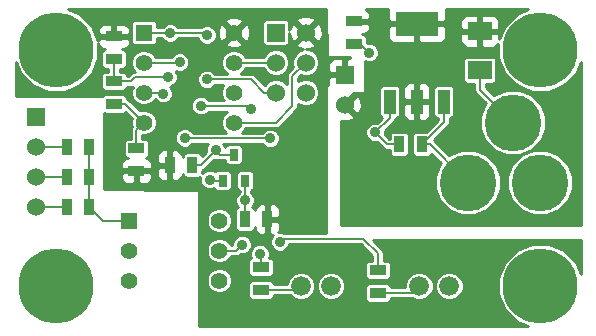
<source format=gtl>
G04 (created by PCBNEW (2013-05-31 BZR 4019)-stable) date 7/2/2014 8:15:17 PM*
%MOIN*%
G04 Gerber Fmt 3.4, Leading zero omitted, Abs format*
%FSLAX34Y34*%
G01*
G70*
G90*
G04 APERTURE LIST*
%ADD10C,0.00590551*%
%ADD11C,0.25*%
%ADD12R,0.144X0.08*%
%ADD13R,0.04X0.08*%
%ADD14R,0.06X0.06*%
%ADD15C,0.06*%
%ADD16C,0.189*%
%ADD17R,0.0315X0.0394*%
%ADD18R,0.055X0.035*%
%ADD19R,0.035X0.055*%
%ADD20R,0.055X0.055*%
%ADD21C,0.055*%
%ADD22R,0.08X0.06*%
%ADD23C,0.066*%
%ADD24C,0.035*%
%ADD25C,0.008*%
%ADD26C,0.01*%
G04 APERTURE END LIST*
G54D10*
G54D11*
X1574Y-9448D03*
G54D12*
X13600Y-700D03*
G54D13*
X13600Y-3300D03*
X14500Y-3300D03*
X12700Y-3300D03*
G54D14*
X11200Y-2400D03*
G54D15*
X11200Y-3400D03*
G54D11*
X17716Y-9448D03*
X17716Y-1574D03*
X1574Y-1574D03*
G54D16*
X17700Y-6000D03*
X15300Y-6000D03*
X16800Y-4000D03*
G54D14*
X8900Y-1000D03*
G54D15*
X9900Y-1000D03*
X8900Y-2000D03*
X9900Y-2000D03*
X8900Y-3000D03*
X9900Y-3000D03*
G54D17*
X7500Y-5067D03*
X7875Y-5933D03*
X7125Y-5933D03*
G54D18*
X12300Y-8925D03*
X12300Y-9675D03*
X8400Y-8825D03*
X8400Y-9575D03*
G54D19*
X1925Y-6800D03*
X2675Y-6800D03*
X1925Y-5800D03*
X2675Y-5800D03*
X1925Y-4800D03*
X2675Y-4800D03*
G54D20*
X4011Y-7267D03*
G54D21*
X4011Y-8267D03*
X4011Y-9267D03*
X7011Y-9267D03*
X7011Y-8267D03*
X7011Y-7267D03*
G54D14*
X900Y-3800D03*
G54D15*
X900Y-4800D03*
X900Y-5800D03*
X900Y-6800D03*
G54D18*
X11500Y-625D03*
X11500Y-1375D03*
X3500Y-2625D03*
X3500Y-3375D03*
G54D19*
X13760Y-4724D03*
X13010Y-4724D03*
G54D18*
X3500Y-1125D03*
X3500Y-1875D03*
X4250Y-5615D03*
X4250Y-4865D03*
G54D22*
X15700Y-950D03*
X15700Y-2250D03*
G54D20*
X4500Y-1000D03*
G54D21*
X4500Y-2000D03*
X4500Y-3000D03*
X4500Y-4000D03*
X7500Y-4000D03*
X7500Y-3000D03*
X7500Y-2000D03*
X7500Y-1000D03*
G54D23*
X13673Y-9448D03*
X14673Y-9448D03*
X9736Y-9448D03*
X10736Y-9448D03*
G54D19*
X7865Y-7220D03*
X8615Y-7220D03*
X6115Y-5420D03*
X5365Y-5420D03*
G54D24*
X6889Y-4921D03*
X6390Y-3440D03*
X5690Y-1990D03*
X8070Y-3543D03*
X8366Y-8366D03*
X5860Y-4510D03*
X5140Y-3040D03*
X9030Y-7980D03*
X8707Y-4527D03*
X5370Y-1020D03*
X5300Y-2490D03*
X6594Y-1082D03*
X6594Y-2559D03*
X12007Y-1673D03*
X6692Y-5905D03*
X12204Y-4330D03*
X7775Y-8070D03*
X7874Y-6594D03*
G54D25*
X7500Y-4000D02*
X8893Y-4000D01*
X9448Y-2451D02*
X9900Y-2000D01*
X9448Y-3444D02*
X9448Y-2451D01*
X8893Y-4000D02*
X9448Y-3444D01*
X6115Y-5420D02*
X6391Y-5420D01*
X6391Y-5420D02*
X6889Y-4921D01*
X7500Y-5067D02*
X7035Y-5067D01*
X7035Y-5067D02*
X6889Y-4921D01*
X7500Y-2000D02*
X8900Y-2000D01*
X4500Y-2000D02*
X5680Y-2000D01*
X6390Y-3440D02*
X6390Y-3444D01*
X5680Y-2000D02*
X5690Y-1990D01*
X8400Y-8825D02*
X8400Y-8400D01*
X7972Y-3444D02*
X6390Y-3444D01*
X8070Y-3543D02*
X7972Y-3444D01*
X8400Y-8400D02*
X8366Y-8366D01*
X5860Y-4510D02*
X5860Y-4527D01*
X4500Y-3000D02*
X5100Y-3000D01*
X5860Y-4527D02*
X8707Y-4527D01*
X5100Y-3000D02*
X5140Y-3040D01*
X9135Y-7874D02*
X11811Y-7874D01*
X9030Y-7980D02*
X9135Y-7874D01*
X12300Y-8362D02*
X12300Y-8925D01*
X11811Y-7874D02*
X12300Y-8362D01*
X3500Y-1875D02*
X3500Y-2625D01*
X3500Y-2625D02*
X4055Y-2625D01*
X5370Y-1020D02*
X5370Y-1000D01*
X4190Y-2490D02*
X5300Y-2490D01*
X4055Y-2625D02*
X4190Y-2490D01*
X8900Y-3000D02*
X8511Y-3000D01*
X6511Y-1000D02*
X5370Y-1000D01*
X6594Y-1082D02*
X6511Y-1000D01*
X8070Y-2559D02*
X6594Y-2559D01*
X8511Y-3000D02*
X8070Y-2559D01*
X5370Y-1000D02*
X4500Y-1000D01*
X14500Y-3300D02*
X14500Y-3985D01*
X14500Y-3985D02*
X13760Y-4724D01*
X13760Y-4724D02*
X14024Y-4724D01*
X14024Y-4724D02*
X15300Y-6000D01*
X4250Y-4865D02*
X4250Y-4250D01*
X4250Y-4250D02*
X4500Y-4000D01*
X11500Y-1375D02*
X11709Y-1375D01*
X11709Y-1375D02*
X12007Y-1673D01*
X7125Y-5933D02*
X6720Y-5933D01*
X6720Y-5933D02*
X6692Y-5905D01*
X13010Y-4724D02*
X12598Y-4724D01*
X12700Y-3835D02*
X12204Y-4330D01*
X12700Y-3835D02*
X12700Y-3300D01*
X12598Y-4724D02*
X12204Y-4330D01*
X15700Y-2250D02*
X15700Y-2900D01*
X15700Y-2900D02*
X16800Y-4000D01*
X3500Y-3375D02*
X3875Y-3375D01*
X3875Y-3375D02*
X4500Y-4000D01*
X900Y-5800D02*
X1925Y-5800D01*
X7865Y-7220D02*
X7865Y-6603D01*
X7865Y-6603D02*
X7874Y-6594D01*
X7875Y-5933D02*
X7875Y-6593D01*
X7578Y-8267D02*
X7011Y-8267D01*
X7775Y-8070D02*
X7578Y-8267D01*
X7875Y-6593D02*
X7874Y-6594D01*
X900Y-4800D02*
X1925Y-4800D01*
X12300Y-9675D02*
X13447Y-9675D01*
X13447Y-9675D02*
X13673Y-9448D01*
X8400Y-9575D02*
X9610Y-9575D01*
X9610Y-9575D02*
X9736Y-9448D01*
X900Y-6800D02*
X1925Y-6800D01*
X2675Y-4800D02*
X2675Y-5800D01*
X2675Y-5800D02*
X2675Y-6800D01*
X4011Y-7267D02*
X3142Y-7267D01*
X3142Y-7267D02*
X2675Y-6800D01*
G54D10*
G36*
X19066Y-9049D02*
X18904Y-8656D01*
X18510Y-8262D01*
X17996Y-8049D01*
X17439Y-8048D01*
X16924Y-8261D01*
X16530Y-8654D01*
X16316Y-9169D01*
X16316Y-9726D01*
X16528Y-10240D01*
X16922Y-10634D01*
X17316Y-10798D01*
X15153Y-10798D01*
X15153Y-9353D01*
X15080Y-9177D01*
X14945Y-9042D01*
X14769Y-8968D01*
X14578Y-8968D01*
X14401Y-9041D01*
X14266Y-9176D01*
X14193Y-9352D01*
X14193Y-9543D01*
X14266Y-9720D01*
X14400Y-9855D01*
X14577Y-9928D01*
X14768Y-9928D01*
X14944Y-9855D01*
X15079Y-9721D01*
X15153Y-9544D01*
X15153Y-9353D01*
X15153Y-10798D01*
X14153Y-10798D01*
X14153Y-9353D01*
X14080Y-9177D01*
X13945Y-9042D01*
X13769Y-8968D01*
X13578Y-8968D01*
X13401Y-9041D01*
X13266Y-9176D01*
X13193Y-9352D01*
X13193Y-9485D01*
X12725Y-9485D01*
X12725Y-9470D01*
X12702Y-9415D01*
X12660Y-9372D01*
X12604Y-9350D01*
X12545Y-9349D01*
X11995Y-9349D01*
X11940Y-9372D01*
X11897Y-9414D01*
X11875Y-9470D01*
X11874Y-9529D01*
X11874Y-9879D01*
X11897Y-9934D01*
X11939Y-9977D01*
X11995Y-9999D01*
X12054Y-10000D01*
X12604Y-10000D01*
X12659Y-9977D01*
X12702Y-9935D01*
X12724Y-9879D01*
X12724Y-9865D01*
X13423Y-9865D01*
X13577Y-9928D01*
X13768Y-9928D01*
X13944Y-9855D01*
X14079Y-9721D01*
X14153Y-9544D01*
X14153Y-9353D01*
X14153Y-10798D01*
X11216Y-10798D01*
X11216Y-9353D01*
X11143Y-9177D01*
X11008Y-9042D01*
X10832Y-8968D01*
X10641Y-8968D01*
X10464Y-9041D01*
X10329Y-9176D01*
X10256Y-9352D01*
X10256Y-9543D01*
X10329Y-9720D01*
X10463Y-9855D01*
X10640Y-9928D01*
X10831Y-9928D01*
X11007Y-9855D01*
X11142Y-9721D01*
X11216Y-9544D01*
X11216Y-9353D01*
X11216Y-10798D01*
X10216Y-10798D01*
X10216Y-9353D01*
X10143Y-9177D01*
X10008Y-9042D01*
X9832Y-8968D01*
X9641Y-8968D01*
X9464Y-9041D01*
X9329Y-9176D01*
X9256Y-9352D01*
X9256Y-9385D01*
X8825Y-9385D01*
X8825Y-9370D01*
X8825Y-8970D01*
X8825Y-8620D01*
X8802Y-8565D01*
X8760Y-8522D01*
X8704Y-8500D01*
X8662Y-8499D01*
X8691Y-8431D01*
X8691Y-8301D01*
X8641Y-8182D01*
X8565Y-8105D01*
X8565Y-7682D01*
X8565Y-7270D01*
X8557Y-7270D01*
X8557Y-7170D01*
X8565Y-7170D01*
X8565Y-6757D01*
X8502Y-6695D01*
X8390Y-6694D01*
X8298Y-6732D01*
X8228Y-6803D01*
X8190Y-6895D01*
X8190Y-6915D01*
X8167Y-6860D01*
X8125Y-6817D01*
X8114Y-6813D01*
X8149Y-6778D01*
X8198Y-6659D01*
X8199Y-6530D01*
X8149Y-6410D01*
X8065Y-6325D01*
X8065Y-6278D01*
X8117Y-6257D01*
X8159Y-6215D01*
X8182Y-6159D01*
X8182Y-6100D01*
X8182Y-5706D01*
X8159Y-5651D01*
X8117Y-5608D01*
X8062Y-5586D01*
X8002Y-5585D01*
X7687Y-5585D01*
X7632Y-5608D01*
X7590Y-5650D01*
X7567Y-5706D01*
X7567Y-5765D01*
X7567Y-6159D01*
X7590Y-6214D01*
X7632Y-6257D01*
X7685Y-6278D01*
X7685Y-6323D01*
X7598Y-6410D01*
X7549Y-6529D01*
X7548Y-6658D01*
X7598Y-6778D01*
X7628Y-6808D01*
X7605Y-6817D01*
X7562Y-6859D01*
X7540Y-6915D01*
X7539Y-6974D01*
X7539Y-7524D01*
X7562Y-7579D01*
X7604Y-7622D01*
X7660Y-7644D01*
X7719Y-7645D01*
X8069Y-7645D01*
X8124Y-7622D01*
X8167Y-7580D01*
X8189Y-7524D01*
X8190Y-7495D01*
X8190Y-7544D01*
X8228Y-7636D01*
X8298Y-7707D01*
X8390Y-7745D01*
X8502Y-7745D01*
X8565Y-7682D01*
X8565Y-8105D01*
X8550Y-8090D01*
X8431Y-8041D01*
X8301Y-8041D01*
X8182Y-8090D01*
X8100Y-8171D01*
X8100Y-8006D01*
X8051Y-7887D01*
X7959Y-7795D01*
X7840Y-7745D01*
X7711Y-7745D01*
X7591Y-7795D01*
X7500Y-7886D01*
X7450Y-8005D01*
X7450Y-8077D01*
X7436Y-8077D01*
X7436Y-7183D01*
X7372Y-7027D01*
X7252Y-6907D01*
X7096Y-6842D01*
X6927Y-6842D01*
X6771Y-6907D01*
X6651Y-7026D01*
X6586Y-7182D01*
X6586Y-7351D01*
X6651Y-7508D01*
X6770Y-7627D01*
X6926Y-7692D01*
X7095Y-7692D01*
X7252Y-7628D01*
X7371Y-7508D01*
X7436Y-7352D01*
X7436Y-7183D01*
X7436Y-8077D01*
X7393Y-8077D01*
X7372Y-8027D01*
X7252Y-7907D01*
X7096Y-7842D01*
X6927Y-7842D01*
X6771Y-7907D01*
X6651Y-8026D01*
X6586Y-8182D01*
X6586Y-8351D01*
X6651Y-8508D01*
X6770Y-8627D01*
X6926Y-8692D01*
X7095Y-8692D01*
X7252Y-8628D01*
X7371Y-8508D01*
X7393Y-8457D01*
X7578Y-8457D01*
X7651Y-8443D01*
X7713Y-8402D01*
X7719Y-8395D01*
X7839Y-8395D01*
X7959Y-8346D01*
X8050Y-8255D01*
X8100Y-8135D01*
X8100Y-8006D01*
X8100Y-8171D01*
X8090Y-8181D01*
X8041Y-8301D01*
X8041Y-8430D01*
X8073Y-8508D01*
X8040Y-8522D01*
X7997Y-8564D01*
X7975Y-8620D01*
X7974Y-8679D01*
X7974Y-9029D01*
X7997Y-9084D01*
X8039Y-9127D01*
X8095Y-9149D01*
X8154Y-9150D01*
X8704Y-9150D01*
X8759Y-9127D01*
X8802Y-9085D01*
X8824Y-9029D01*
X8825Y-8970D01*
X8825Y-9370D01*
X8802Y-9315D01*
X8760Y-9272D01*
X8704Y-9250D01*
X8645Y-9249D01*
X8095Y-9249D01*
X8040Y-9272D01*
X7997Y-9314D01*
X7975Y-9370D01*
X7974Y-9429D01*
X7974Y-9779D01*
X7997Y-9834D01*
X8039Y-9877D01*
X8095Y-9899D01*
X8154Y-9900D01*
X8704Y-9900D01*
X8759Y-9877D01*
X8802Y-9835D01*
X8824Y-9779D01*
X8824Y-9765D01*
X9373Y-9765D01*
X9463Y-9855D01*
X9640Y-9928D01*
X9831Y-9928D01*
X10007Y-9855D01*
X10142Y-9721D01*
X10216Y-9544D01*
X10216Y-9353D01*
X10216Y-10798D01*
X7436Y-10798D01*
X7436Y-9183D01*
X7372Y-9027D01*
X7252Y-8907D01*
X7096Y-8842D01*
X6927Y-8842D01*
X6771Y-8907D01*
X6651Y-9026D01*
X6586Y-9182D01*
X6586Y-9351D01*
X6651Y-9508D01*
X6770Y-9627D01*
X6926Y-9692D01*
X7095Y-9692D01*
X7252Y-9628D01*
X7371Y-9508D01*
X7436Y-9352D01*
X7436Y-9183D01*
X7436Y-10798D01*
X6349Y-10798D01*
X6349Y-6249D01*
X5315Y-6240D01*
X5315Y-5882D01*
X5315Y-5470D01*
X5315Y-5370D01*
X5315Y-4957D01*
X5252Y-4895D01*
X5140Y-4894D01*
X5048Y-4932D01*
X4978Y-5003D01*
X4940Y-5095D01*
X4939Y-5194D01*
X4940Y-5307D01*
X5002Y-5370D01*
X5315Y-5370D01*
X5315Y-5470D01*
X5002Y-5470D01*
X4940Y-5532D01*
X4939Y-5645D01*
X4940Y-5744D01*
X4978Y-5836D01*
X5048Y-5907D01*
X5140Y-5945D01*
X5252Y-5945D01*
X5315Y-5882D01*
X5315Y-6240D01*
X4775Y-6235D01*
X4775Y-5839D01*
X4775Y-5727D01*
X4712Y-5665D01*
X4300Y-5665D01*
X4300Y-5977D01*
X4362Y-6040D01*
X4475Y-6040D01*
X4574Y-6039D01*
X4666Y-6001D01*
X4737Y-5931D01*
X4775Y-5839D01*
X4775Y-6235D01*
X4200Y-6229D01*
X4200Y-5977D01*
X4200Y-5665D01*
X3787Y-5665D01*
X3725Y-5727D01*
X3724Y-5839D01*
X3762Y-5931D01*
X3833Y-6001D01*
X3925Y-6039D01*
X4024Y-6040D01*
X4137Y-6040D01*
X4200Y-5977D01*
X4200Y-6229D01*
X3160Y-6220D01*
X3167Y-3688D01*
X3195Y-3699D01*
X3254Y-3700D01*
X3804Y-3700D01*
X3859Y-3677D01*
X3884Y-3652D01*
X4095Y-3864D01*
X4075Y-3915D01*
X4074Y-4084D01*
X4098Y-4141D01*
X4074Y-4177D01*
X4060Y-4250D01*
X4060Y-4539D01*
X3945Y-4539D01*
X3890Y-4562D01*
X3847Y-4604D01*
X3825Y-4660D01*
X3824Y-4719D01*
X3824Y-5069D01*
X3847Y-5124D01*
X3889Y-5167D01*
X3945Y-5189D01*
X3974Y-5190D01*
X3925Y-5190D01*
X3833Y-5228D01*
X3762Y-5298D01*
X3724Y-5390D01*
X3725Y-5502D01*
X3787Y-5565D01*
X4200Y-5565D01*
X4200Y-5557D01*
X4300Y-5557D01*
X4300Y-5565D01*
X4712Y-5565D01*
X4775Y-5502D01*
X4775Y-5390D01*
X4737Y-5298D01*
X4666Y-5228D01*
X4574Y-5190D01*
X4554Y-5190D01*
X4609Y-5167D01*
X4652Y-5125D01*
X4674Y-5069D01*
X4675Y-5010D01*
X4675Y-4660D01*
X4652Y-4605D01*
X4610Y-4562D01*
X4554Y-4540D01*
X4495Y-4539D01*
X4440Y-4539D01*
X4440Y-4424D01*
X4584Y-4425D01*
X4740Y-4360D01*
X4860Y-4241D01*
X4924Y-4084D01*
X4925Y-3915D01*
X4860Y-3759D01*
X4741Y-3639D01*
X4584Y-3575D01*
X4415Y-3574D01*
X4364Y-3596D01*
X4009Y-3240D01*
X3947Y-3199D01*
X3925Y-3194D01*
X3925Y-3170D01*
X3902Y-3115D01*
X3860Y-3072D01*
X3804Y-3050D01*
X3745Y-3049D01*
X3195Y-3049D01*
X3140Y-3072D01*
X3097Y-3114D01*
X3097Y-3117D01*
X2518Y-3117D01*
X2548Y-3099D01*
X225Y-3099D01*
X225Y-1974D01*
X387Y-2366D01*
X780Y-2760D01*
X1295Y-2974D01*
X1852Y-2975D01*
X2366Y-2762D01*
X2760Y-2368D01*
X2974Y-1854D01*
X2975Y-1349D01*
X3012Y-1441D01*
X3083Y-1511D01*
X3175Y-1549D01*
X3195Y-1549D01*
X3195Y-1549D01*
X3140Y-1572D01*
X3097Y-1614D01*
X3075Y-1670D01*
X3074Y-1729D01*
X3074Y-2079D01*
X3097Y-2134D01*
X3139Y-2177D01*
X3195Y-2199D01*
X3254Y-2200D01*
X3310Y-2200D01*
X3310Y-2299D01*
X3195Y-2299D01*
X3140Y-2322D01*
X3097Y-2364D01*
X3075Y-2420D01*
X3074Y-2479D01*
X3074Y-2829D01*
X3097Y-2884D01*
X3139Y-2927D01*
X3195Y-2949D01*
X3254Y-2950D01*
X3804Y-2950D01*
X3859Y-2927D01*
X3902Y-2885D01*
X3924Y-2829D01*
X3924Y-2815D01*
X4055Y-2815D01*
X4122Y-2801D01*
X4075Y-2915D01*
X4074Y-3084D01*
X4139Y-3240D01*
X4258Y-3360D01*
X4415Y-3424D01*
X4584Y-3425D01*
X4740Y-3360D01*
X4860Y-3241D01*
X4866Y-3225D01*
X4955Y-3315D01*
X5075Y-3364D01*
X5204Y-3365D01*
X5323Y-3315D01*
X5415Y-3224D01*
X5464Y-3104D01*
X5465Y-2975D01*
X5415Y-2856D01*
X5371Y-2812D01*
X5483Y-2765D01*
X5575Y-2674D01*
X5624Y-2554D01*
X5625Y-2425D01*
X5575Y-2306D01*
X5555Y-2286D01*
X5625Y-2314D01*
X5754Y-2315D01*
X5873Y-2265D01*
X5965Y-2174D01*
X6014Y-2054D01*
X6015Y-1925D01*
X5965Y-1806D01*
X5874Y-1714D01*
X5754Y-1665D01*
X5625Y-1664D01*
X5506Y-1714D01*
X5414Y-1805D01*
X5412Y-1810D01*
X4881Y-1810D01*
X4860Y-1759D01*
X4741Y-1639D01*
X4584Y-1575D01*
X4415Y-1574D01*
X4259Y-1639D01*
X4139Y-1758D01*
X4075Y-1915D01*
X4074Y-2084D01*
X4139Y-2240D01*
X4198Y-2300D01*
X4190Y-2300D01*
X4189Y-2300D01*
X4177Y-2302D01*
X4117Y-2314D01*
X4055Y-2355D01*
X4055Y-2355D01*
X3976Y-2435D01*
X3925Y-2435D01*
X3925Y-2420D01*
X3902Y-2365D01*
X3860Y-2322D01*
X3804Y-2300D01*
X3745Y-2299D01*
X3690Y-2299D01*
X3690Y-2200D01*
X3804Y-2200D01*
X3859Y-2177D01*
X3902Y-2135D01*
X3924Y-2079D01*
X3925Y-2020D01*
X3925Y-1670D01*
X3902Y-1615D01*
X3860Y-1572D01*
X3804Y-1550D01*
X3775Y-1549D01*
X3824Y-1549D01*
X3916Y-1511D01*
X3987Y-1441D01*
X4025Y-1349D01*
X4025Y-900D01*
X3987Y-808D01*
X3916Y-738D01*
X3824Y-700D01*
X3725Y-699D01*
X3612Y-700D01*
X3550Y-762D01*
X3550Y-1075D01*
X3962Y-1075D01*
X4025Y-1012D01*
X4025Y-900D01*
X4025Y-1349D01*
X4025Y-1237D01*
X3962Y-1175D01*
X3550Y-1175D01*
X3550Y-1182D01*
X3450Y-1182D01*
X3450Y-1175D01*
X3450Y-1075D01*
X3450Y-762D01*
X3387Y-700D01*
X3274Y-699D01*
X3175Y-700D01*
X3083Y-738D01*
X3012Y-808D01*
X2974Y-900D01*
X2975Y-1012D01*
X3037Y-1075D01*
X3450Y-1075D01*
X3450Y-1175D01*
X3037Y-1175D01*
X2975Y-1237D01*
X2974Y-1297D01*
X2762Y-782D01*
X2368Y-388D01*
X1974Y-225D01*
X10582Y-225D01*
X10600Y-1800D01*
X11379Y-1800D01*
X11378Y-1849D01*
X11312Y-1850D01*
X11250Y-1912D01*
X11250Y-2350D01*
X11257Y-2350D01*
X11257Y-2450D01*
X11250Y-2450D01*
X11250Y-2457D01*
X11150Y-2457D01*
X11150Y-2450D01*
X11150Y-2350D01*
X11150Y-1912D01*
X11087Y-1850D01*
X10949Y-1849D01*
X10850Y-1850D01*
X10758Y-1888D01*
X10687Y-1958D01*
X10649Y-2050D01*
X10650Y-2287D01*
X10712Y-2350D01*
X11150Y-2350D01*
X11150Y-2450D01*
X10712Y-2450D01*
X10650Y-2512D01*
X10649Y-2744D01*
X10579Y-2744D01*
X10579Y-7684D01*
X10454Y-7684D01*
X10454Y-1081D01*
X10443Y-863D01*
X10381Y-712D01*
X10285Y-684D01*
X10215Y-755D01*
X10215Y-614D01*
X10187Y-518D01*
X9981Y-445D01*
X9763Y-456D01*
X9612Y-518D01*
X9584Y-614D01*
X9900Y-929D01*
X10215Y-614D01*
X10215Y-755D01*
X9970Y-1000D01*
X10285Y-1315D01*
X10381Y-1287D01*
X10454Y-1081D01*
X10454Y-7684D01*
X10350Y-7684D01*
X10350Y-2910D01*
X10281Y-2745D01*
X10155Y-2618D01*
X9989Y-2550D01*
X9810Y-2549D01*
X9645Y-2618D01*
X9638Y-2624D01*
X9638Y-2529D01*
X9745Y-2423D01*
X9810Y-2449D01*
X9989Y-2450D01*
X10154Y-2381D01*
X10281Y-2255D01*
X10349Y-2089D01*
X10350Y-1910D01*
X10281Y-1745D01*
X10155Y-1618D01*
X9989Y-1550D01*
X9913Y-1550D01*
X10036Y-1543D01*
X10187Y-1481D01*
X10215Y-1385D01*
X9900Y-1070D01*
X9829Y-1141D01*
X9829Y-1000D01*
X9514Y-684D01*
X9418Y-712D01*
X9350Y-904D01*
X9350Y-670D01*
X9327Y-615D01*
X9285Y-572D01*
X9229Y-550D01*
X9170Y-549D01*
X8570Y-549D01*
X8515Y-572D01*
X8472Y-614D01*
X8450Y-670D01*
X8449Y-729D01*
X8449Y-1329D01*
X8472Y-1384D01*
X8514Y-1427D01*
X8570Y-1449D01*
X8629Y-1450D01*
X9229Y-1450D01*
X9284Y-1427D01*
X9327Y-1385D01*
X9349Y-1329D01*
X9350Y-1270D01*
X9350Y-1014D01*
X9356Y-1136D01*
X9418Y-1287D01*
X9514Y-1315D01*
X9829Y-1000D01*
X9829Y-1141D01*
X9584Y-1385D01*
X9612Y-1481D01*
X9807Y-1551D01*
X9645Y-1618D01*
X9518Y-1744D01*
X9450Y-1910D01*
X9449Y-2089D01*
X9476Y-2154D01*
X9314Y-2316D01*
X9273Y-2378D01*
X9258Y-2451D01*
X9258Y-2722D01*
X9155Y-2618D01*
X8989Y-2550D01*
X8810Y-2549D01*
X8645Y-2618D01*
X8522Y-2741D01*
X8205Y-2424D01*
X8143Y-2383D01*
X8070Y-2369D01*
X7719Y-2369D01*
X7740Y-2360D01*
X7860Y-2241D01*
X7881Y-2190D01*
X8491Y-2190D01*
X8518Y-2254D01*
X8644Y-2381D01*
X8810Y-2449D01*
X8989Y-2450D01*
X9154Y-2381D01*
X9281Y-2255D01*
X9349Y-2089D01*
X9350Y-1910D01*
X9281Y-1745D01*
X9155Y-1618D01*
X8989Y-1550D01*
X8810Y-1549D01*
X8645Y-1618D01*
X8518Y-1744D01*
X8491Y-1810D01*
X8029Y-1810D01*
X8029Y-1075D01*
X8018Y-867D01*
X7960Y-727D01*
X7867Y-702D01*
X7797Y-773D01*
X7797Y-632D01*
X7772Y-539D01*
X7575Y-470D01*
X7367Y-481D01*
X7227Y-539D01*
X7202Y-632D01*
X7500Y-929D01*
X7797Y-632D01*
X7797Y-773D01*
X7570Y-1000D01*
X7867Y-1297D01*
X7960Y-1272D01*
X8029Y-1075D01*
X8029Y-1810D01*
X7881Y-1810D01*
X7860Y-1759D01*
X7797Y-1696D01*
X7797Y-1367D01*
X7500Y-1070D01*
X7429Y-1141D01*
X7429Y-1000D01*
X7132Y-702D01*
X7039Y-727D01*
X6970Y-924D01*
X6981Y-1132D01*
X7039Y-1272D01*
X7132Y-1297D01*
X7429Y-1000D01*
X7429Y-1141D01*
X7202Y-1367D01*
X7227Y-1460D01*
X7424Y-1529D01*
X7632Y-1518D01*
X7772Y-1460D01*
X7797Y-1367D01*
X7797Y-1696D01*
X7741Y-1639D01*
X7584Y-1575D01*
X7415Y-1574D01*
X7259Y-1639D01*
X7139Y-1758D01*
X7075Y-1915D01*
X7074Y-2084D01*
X7139Y-2240D01*
X7258Y-2360D01*
X7280Y-2369D01*
X6919Y-2369D01*
X6919Y-1018D01*
X6870Y-898D01*
X6778Y-807D01*
X6659Y-757D01*
X6530Y-757D01*
X6410Y-806D01*
X6407Y-810D01*
X5619Y-810D01*
X5554Y-744D01*
X5434Y-695D01*
X5305Y-694D01*
X5186Y-744D01*
X5120Y-810D01*
X4925Y-810D01*
X4925Y-695D01*
X4902Y-640D01*
X4860Y-597D01*
X4804Y-575D01*
X4745Y-574D01*
X4195Y-574D01*
X4140Y-597D01*
X4097Y-639D01*
X4075Y-695D01*
X4074Y-754D01*
X4074Y-1304D01*
X4097Y-1359D01*
X4139Y-1402D01*
X4195Y-1424D01*
X4254Y-1425D01*
X4804Y-1425D01*
X4859Y-1402D01*
X4902Y-1360D01*
X4924Y-1304D01*
X4925Y-1245D01*
X4925Y-1190D01*
X5088Y-1190D01*
X5094Y-1203D01*
X5185Y-1295D01*
X5305Y-1344D01*
X5434Y-1345D01*
X5553Y-1295D01*
X5645Y-1204D01*
X5651Y-1190D01*
X6287Y-1190D01*
X6318Y-1266D01*
X6410Y-1358D01*
X6529Y-1407D01*
X6658Y-1407D01*
X6778Y-1358D01*
X6869Y-1267D01*
X6919Y-1147D01*
X6919Y-1018D01*
X6919Y-2369D01*
X6864Y-2369D01*
X6778Y-2283D01*
X6659Y-2234D01*
X6530Y-2233D01*
X6410Y-2283D01*
X6319Y-2374D01*
X6269Y-2494D01*
X6269Y-2623D01*
X6318Y-2742D01*
X6410Y-2834D01*
X6529Y-2883D01*
X6658Y-2884D01*
X6778Y-2834D01*
X6864Y-2749D01*
X7149Y-2749D01*
X7139Y-2758D01*
X7075Y-2915D01*
X7074Y-3084D01*
X7139Y-3240D01*
X7153Y-3254D01*
X6664Y-3254D01*
X6574Y-3164D01*
X6454Y-3115D01*
X6325Y-3114D01*
X6206Y-3164D01*
X6114Y-3255D01*
X6065Y-3375D01*
X6064Y-3504D01*
X6114Y-3623D01*
X6205Y-3715D01*
X6325Y-3764D01*
X6454Y-3765D01*
X6573Y-3715D01*
X6654Y-3634D01*
X7270Y-3634D01*
X7259Y-3639D01*
X7139Y-3758D01*
X7075Y-3915D01*
X7074Y-4084D01*
X7139Y-4240D01*
X7236Y-4337D01*
X6140Y-4337D01*
X6135Y-4326D01*
X6044Y-4234D01*
X5924Y-4185D01*
X5795Y-4184D01*
X5676Y-4234D01*
X5584Y-4325D01*
X5535Y-4445D01*
X5534Y-4574D01*
X5584Y-4693D01*
X5675Y-4785D01*
X5795Y-4834D01*
X5924Y-4835D01*
X6043Y-4785D01*
X6112Y-4717D01*
X6633Y-4717D01*
X6614Y-4736D01*
X6564Y-4856D01*
X6564Y-4977D01*
X6436Y-5106D01*
X6417Y-5060D01*
X6375Y-5017D01*
X6319Y-4995D01*
X6260Y-4994D01*
X5910Y-4994D01*
X5855Y-5017D01*
X5812Y-5059D01*
X5790Y-5115D01*
X5789Y-5144D01*
X5789Y-5095D01*
X5751Y-5003D01*
X5681Y-4932D01*
X5589Y-4894D01*
X5477Y-4895D01*
X5415Y-4957D01*
X5415Y-5370D01*
X5422Y-5370D01*
X5422Y-5470D01*
X5415Y-5470D01*
X5415Y-5882D01*
X5477Y-5945D01*
X5589Y-5945D01*
X5681Y-5907D01*
X5751Y-5836D01*
X5789Y-5744D01*
X5789Y-5724D01*
X5789Y-5724D01*
X5812Y-5779D01*
X5854Y-5822D01*
X5910Y-5844D01*
X5969Y-5845D01*
X6319Y-5845D01*
X6374Y-5822D01*
X6376Y-5820D01*
X6367Y-5840D01*
X6367Y-5969D01*
X6417Y-6089D01*
X6508Y-6180D01*
X6627Y-6230D01*
X6757Y-6230D01*
X6833Y-6198D01*
X6840Y-6214D01*
X6882Y-6257D01*
X6937Y-6279D01*
X6997Y-6280D01*
X7312Y-6280D01*
X7367Y-6257D01*
X7409Y-6215D01*
X7432Y-6159D01*
X7432Y-6100D01*
X7432Y-5706D01*
X7409Y-5651D01*
X7367Y-5608D01*
X7312Y-5586D01*
X7252Y-5585D01*
X6937Y-5585D01*
X6882Y-5608D01*
X6865Y-5625D01*
X6757Y-5580D01*
X6628Y-5580D01*
X6509Y-5629D01*
X6439Y-5698D01*
X6440Y-5665D01*
X6440Y-5600D01*
X6463Y-5595D01*
X6525Y-5554D01*
X6833Y-5246D01*
X6954Y-5246D01*
X6963Y-5242D01*
X7035Y-5257D01*
X7192Y-5257D01*
X7192Y-5293D01*
X7215Y-5348D01*
X7257Y-5391D01*
X7312Y-5413D01*
X7372Y-5414D01*
X7687Y-5414D01*
X7742Y-5391D01*
X7784Y-5349D01*
X7807Y-5293D01*
X7807Y-5234D01*
X7807Y-4840D01*
X7784Y-4785D01*
X7742Y-4742D01*
X7687Y-4720D01*
X7627Y-4719D01*
X7312Y-4719D01*
X7257Y-4742D01*
X7215Y-4784D01*
X7200Y-4821D01*
X7165Y-4737D01*
X7145Y-4717D01*
X8438Y-4717D01*
X8523Y-4802D01*
X8642Y-4852D01*
X8771Y-4852D01*
X8891Y-4803D01*
X8982Y-4711D01*
X9032Y-4592D01*
X9032Y-4463D01*
X8983Y-4343D01*
X8891Y-4252D01*
X8772Y-4202D01*
X8643Y-4202D01*
X8523Y-4251D01*
X8437Y-4337D01*
X7763Y-4337D01*
X7860Y-4241D01*
X7881Y-4190D01*
X8893Y-4190D01*
X8966Y-4175D01*
X9028Y-4134D01*
X9583Y-3579D01*
X9624Y-3517D01*
X9638Y-3444D01*
X9638Y-3375D01*
X9644Y-3381D01*
X9810Y-3449D01*
X9989Y-3450D01*
X10154Y-3381D01*
X10281Y-3255D01*
X10349Y-3089D01*
X10350Y-2910D01*
X10350Y-7684D01*
X9164Y-7684D01*
X9094Y-7655D01*
X8983Y-7654D01*
X9001Y-7636D01*
X9039Y-7544D01*
X9040Y-7445D01*
X9040Y-6994D01*
X9039Y-6895D01*
X9001Y-6803D01*
X8931Y-6732D01*
X8839Y-6694D01*
X8727Y-6695D01*
X8665Y-6757D01*
X8665Y-7170D01*
X8977Y-7170D01*
X9040Y-7107D01*
X9040Y-6994D01*
X9040Y-7445D01*
X9040Y-7332D01*
X8977Y-7270D01*
X8665Y-7270D01*
X8665Y-7682D01*
X8727Y-7745D01*
X8805Y-7745D01*
X8754Y-7795D01*
X8705Y-7915D01*
X8704Y-8044D01*
X8754Y-8163D01*
X8845Y-8255D01*
X8965Y-8304D01*
X9094Y-8305D01*
X9213Y-8255D01*
X9305Y-8164D01*
X9347Y-8064D01*
X11732Y-8064D01*
X12110Y-8441D01*
X12110Y-8599D01*
X11995Y-8599D01*
X11940Y-8622D01*
X11897Y-8664D01*
X11875Y-8720D01*
X11874Y-8779D01*
X11874Y-9129D01*
X11897Y-9184D01*
X11939Y-9227D01*
X11995Y-9249D01*
X12054Y-9250D01*
X12604Y-9250D01*
X12659Y-9227D01*
X12702Y-9185D01*
X12724Y-9129D01*
X12725Y-9070D01*
X12725Y-8720D01*
X12702Y-8665D01*
X12660Y-8622D01*
X12604Y-8600D01*
X12545Y-8599D01*
X12490Y-8599D01*
X12490Y-8362D01*
X12475Y-8290D01*
X12434Y-8228D01*
X12129Y-7924D01*
X12204Y-7924D01*
X13779Y-7924D01*
X19066Y-7924D01*
X19066Y-9049D01*
X19066Y-9049D01*
G37*
G54D26*
X19066Y-9049D02*
X18904Y-8656D01*
X18510Y-8262D01*
X17996Y-8049D01*
X17439Y-8048D01*
X16924Y-8261D01*
X16530Y-8654D01*
X16316Y-9169D01*
X16316Y-9726D01*
X16528Y-10240D01*
X16922Y-10634D01*
X17316Y-10798D01*
X15153Y-10798D01*
X15153Y-9353D01*
X15080Y-9177D01*
X14945Y-9042D01*
X14769Y-8968D01*
X14578Y-8968D01*
X14401Y-9041D01*
X14266Y-9176D01*
X14193Y-9352D01*
X14193Y-9543D01*
X14266Y-9720D01*
X14400Y-9855D01*
X14577Y-9928D01*
X14768Y-9928D01*
X14944Y-9855D01*
X15079Y-9721D01*
X15153Y-9544D01*
X15153Y-9353D01*
X15153Y-10798D01*
X14153Y-10798D01*
X14153Y-9353D01*
X14080Y-9177D01*
X13945Y-9042D01*
X13769Y-8968D01*
X13578Y-8968D01*
X13401Y-9041D01*
X13266Y-9176D01*
X13193Y-9352D01*
X13193Y-9485D01*
X12725Y-9485D01*
X12725Y-9470D01*
X12702Y-9415D01*
X12660Y-9372D01*
X12604Y-9350D01*
X12545Y-9349D01*
X11995Y-9349D01*
X11940Y-9372D01*
X11897Y-9414D01*
X11875Y-9470D01*
X11874Y-9529D01*
X11874Y-9879D01*
X11897Y-9934D01*
X11939Y-9977D01*
X11995Y-9999D01*
X12054Y-10000D01*
X12604Y-10000D01*
X12659Y-9977D01*
X12702Y-9935D01*
X12724Y-9879D01*
X12724Y-9865D01*
X13423Y-9865D01*
X13577Y-9928D01*
X13768Y-9928D01*
X13944Y-9855D01*
X14079Y-9721D01*
X14153Y-9544D01*
X14153Y-9353D01*
X14153Y-10798D01*
X11216Y-10798D01*
X11216Y-9353D01*
X11143Y-9177D01*
X11008Y-9042D01*
X10832Y-8968D01*
X10641Y-8968D01*
X10464Y-9041D01*
X10329Y-9176D01*
X10256Y-9352D01*
X10256Y-9543D01*
X10329Y-9720D01*
X10463Y-9855D01*
X10640Y-9928D01*
X10831Y-9928D01*
X11007Y-9855D01*
X11142Y-9721D01*
X11216Y-9544D01*
X11216Y-9353D01*
X11216Y-10798D01*
X10216Y-10798D01*
X10216Y-9353D01*
X10143Y-9177D01*
X10008Y-9042D01*
X9832Y-8968D01*
X9641Y-8968D01*
X9464Y-9041D01*
X9329Y-9176D01*
X9256Y-9352D01*
X9256Y-9385D01*
X8825Y-9385D01*
X8825Y-9370D01*
X8825Y-8970D01*
X8825Y-8620D01*
X8802Y-8565D01*
X8760Y-8522D01*
X8704Y-8500D01*
X8662Y-8499D01*
X8691Y-8431D01*
X8691Y-8301D01*
X8641Y-8182D01*
X8565Y-8105D01*
X8565Y-7682D01*
X8565Y-7270D01*
X8557Y-7270D01*
X8557Y-7170D01*
X8565Y-7170D01*
X8565Y-6757D01*
X8502Y-6695D01*
X8390Y-6694D01*
X8298Y-6732D01*
X8228Y-6803D01*
X8190Y-6895D01*
X8190Y-6915D01*
X8167Y-6860D01*
X8125Y-6817D01*
X8114Y-6813D01*
X8149Y-6778D01*
X8198Y-6659D01*
X8199Y-6530D01*
X8149Y-6410D01*
X8065Y-6325D01*
X8065Y-6278D01*
X8117Y-6257D01*
X8159Y-6215D01*
X8182Y-6159D01*
X8182Y-6100D01*
X8182Y-5706D01*
X8159Y-5651D01*
X8117Y-5608D01*
X8062Y-5586D01*
X8002Y-5585D01*
X7687Y-5585D01*
X7632Y-5608D01*
X7590Y-5650D01*
X7567Y-5706D01*
X7567Y-5765D01*
X7567Y-6159D01*
X7590Y-6214D01*
X7632Y-6257D01*
X7685Y-6278D01*
X7685Y-6323D01*
X7598Y-6410D01*
X7549Y-6529D01*
X7548Y-6658D01*
X7598Y-6778D01*
X7628Y-6808D01*
X7605Y-6817D01*
X7562Y-6859D01*
X7540Y-6915D01*
X7539Y-6974D01*
X7539Y-7524D01*
X7562Y-7579D01*
X7604Y-7622D01*
X7660Y-7644D01*
X7719Y-7645D01*
X8069Y-7645D01*
X8124Y-7622D01*
X8167Y-7580D01*
X8189Y-7524D01*
X8190Y-7495D01*
X8190Y-7544D01*
X8228Y-7636D01*
X8298Y-7707D01*
X8390Y-7745D01*
X8502Y-7745D01*
X8565Y-7682D01*
X8565Y-8105D01*
X8550Y-8090D01*
X8431Y-8041D01*
X8301Y-8041D01*
X8182Y-8090D01*
X8100Y-8171D01*
X8100Y-8006D01*
X8051Y-7887D01*
X7959Y-7795D01*
X7840Y-7745D01*
X7711Y-7745D01*
X7591Y-7795D01*
X7500Y-7886D01*
X7450Y-8005D01*
X7450Y-8077D01*
X7436Y-8077D01*
X7436Y-7183D01*
X7372Y-7027D01*
X7252Y-6907D01*
X7096Y-6842D01*
X6927Y-6842D01*
X6771Y-6907D01*
X6651Y-7026D01*
X6586Y-7182D01*
X6586Y-7351D01*
X6651Y-7508D01*
X6770Y-7627D01*
X6926Y-7692D01*
X7095Y-7692D01*
X7252Y-7628D01*
X7371Y-7508D01*
X7436Y-7352D01*
X7436Y-7183D01*
X7436Y-8077D01*
X7393Y-8077D01*
X7372Y-8027D01*
X7252Y-7907D01*
X7096Y-7842D01*
X6927Y-7842D01*
X6771Y-7907D01*
X6651Y-8026D01*
X6586Y-8182D01*
X6586Y-8351D01*
X6651Y-8508D01*
X6770Y-8627D01*
X6926Y-8692D01*
X7095Y-8692D01*
X7252Y-8628D01*
X7371Y-8508D01*
X7393Y-8457D01*
X7578Y-8457D01*
X7651Y-8443D01*
X7713Y-8402D01*
X7719Y-8395D01*
X7839Y-8395D01*
X7959Y-8346D01*
X8050Y-8255D01*
X8100Y-8135D01*
X8100Y-8006D01*
X8100Y-8171D01*
X8090Y-8181D01*
X8041Y-8301D01*
X8041Y-8430D01*
X8073Y-8508D01*
X8040Y-8522D01*
X7997Y-8564D01*
X7975Y-8620D01*
X7974Y-8679D01*
X7974Y-9029D01*
X7997Y-9084D01*
X8039Y-9127D01*
X8095Y-9149D01*
X8154Y-9150D01*
X8704Y-9150D01*
X8759Y-9127D01*
X8802Y-9085D01*
X8824Y-9029D01*
X8825Y-8970D01*
X8825Y-9370D01*
X8802Y-9315D01*
X8760Y-9272D01*
X8704Y-9250D01*
X8645Y-9249D01*
X8095Y-9249D01*
X8040Y-9272D01*
X7997Y-9314D01*
X7975Y-9370D01*
X7974Y-9429D01*
X7974Y-9779D01*
X7997Y-9834D01*
X8039Y-9877D01*
X8095Y-9899D01*
X8154Y-9900D01*
X8704Y-9900D01*
X8759Y-9877D01*
X8802Y-9835D01*
X8824Y-9779D01*
X8824Y-9765D01*
X9373Y-9765D01*
X9463Y-9855D01*
X9640Y-9928D01*
X9831Y-9928D01*
X10007Y-9855D01*
X10142Y-9721D01*
X10216Y-9544D01*
X10216Y-9353D01*
X10216Y-10798D01*
X7436Y-10798D01*
X7436Y-9183D01*
X7372Y-9027D01*
X7252Y-8907D01*
X7096Y-8842D01*
X6927Y-8842D01*
X6771Y-8907D01*
X6651Y-9026D01*
X6586Y-9182D01*
X6586Y-9351D01*
X6651Y-9508D01*
X6770Y-9627D01*
X6926Y-9692D01*
X7095Y-9692D01*
X7252Y-9628D01*
X7371Y-9508D01*
X7436Y-9352D01*
X7436Y-9183D01*
X7436Y-10798D01*
X6349Y-10798D01*
X6349Y-6249D01*
X5315Y-6240D01*
X5315Y-5882D01*
X5315Y-5470D01*
X5315Y-5370D01*
X5315Y-4957D01*
X5252Y-4895D01*
X5140Y-4894D01*
X5048Y-4932D01*
X4978Y-5003D01*
X4940Y-5095D01*
X4939Y-5194D01*
X4940Y-5307D01*
X5002Y-5370D01*
X5315Y-5370D01*
X5315Y-5470D01*
X5002Y-5470D01*
X4940Y-5532D01*
X4939Y-5645D01*
X4940Y-5744D01*
X4978Y-5836D01*
X5048Y-5907D01*
X5140Y-5945D01*
X5252Y-5945D01*
X5315Y-5882D01*
X5315Y-6240D01*
X4775Y-6235D01*
X4775Y-5839D01*
X4775Y-5727D01*
X4712Y-5665D01*
X4300Y-5665D01*
X4300Y-5977D01*
X4362Y-6040D01*
X4475Y-6040D01*
X4574Y-6039D01*
X4666Y-6001D01*
X4737Y-5931D01*
X4775Y-5839D01*
X4775Y-6235D01*
X4200Y-6229D01*
X4200Y-5977D01*
X4200Y-5665D01*
X3787Y-5665D01*
X3725Y-5727D01*
X3724Y-5839D01*
X3762Y-5931D01*
X3833Y-6001D01*
X3925Y-6039D01*
X4024Y-6040D01*
X4137Y-6040D01*
X4200Y-5977D01*
X4200Y-6229D01*
X3160Y-6220D01*
X3167Y-3688D01*
X3195Y-3699D01*
X3254Y-3700D01*
X3804Y-3700D01*
X3859Y-3677D01*
X3884Y-3652D01*
X4095Y-3864D01*
X4075Y-3915D01*
X4074Y-4084D01*
X4098Y-4141D01*
X4074Y-4177D01*
X4060Y-4250D01*
X4060Y-4539D01*
X3945Y-4539D01*
X3890Y-4562D01*
X3847Y-4604D01*
X3825Y-4660D01*
X3824Y-4719D01*
X3824Y-5069D01*
X3847Y-5124D01*
X3889Y-5167D01*
X3945Y-5189D01*
X3974Y-5190D01*
X3925Y-5190D01*
X3833Y-5228D01*
X3762Y-5298D01*
X3724Y-5390D01*
X3725Y-5502D01*
X3787Y-5565D01*
X4200Y-5565D01*
X4200Y-5557D01*
X4300Y-5557D01*
X4300Y-5565D01*
X4712Y-5565D01*
X4775Y-5502D01*
X4775Y-5390D01*
X4737Y-5298D01*
X4666Y-5228D01*
X4574Y-5190D01*
X4554Y-5190D01*
X4609Y-5167D01*
X4652Y-5125D01*
X4674Y-5069D01*
X4675Y-5010D01*
X4675Y-4660D01*
X4652Y-4605D01*
X4610Y-4562D01*
X4554Y-4540D01*
X4495Y-4539D01*
X4440Y-4539D01*
X4440Y-4424D01*
X4584Y-4425D01*
X4740Y-4360D01*
X4860Y-4241D01*
X4924Y-4084D01*
X4925Y-3915D01*
X4860Y-3759D01*
X4741Y-3639D01*
X4584Y-3575D01*
X4415Y-3574D01*
X4364Y-3596D01*
X4009Y-3240D01*
X3947Y-3199D01*
X3925Y-3194D01*
X3925Y-3170D01*
X3902Y-3115D01*
X3860Y-3072D01*
X3804Y-3050D01*
X3745Y-3049D01*
X3195Y-3049D01*
X3140Y-3072D01*
X3097Y-3114D01*
X3097Y-3117D01*
X2518Y-3117D01*
X2548Y-3099D01*
X225Y-3099D01*
X225Y-1974D01*
X387Y-2366D01*
X780Y-2760D01*
X1295Y-2974D01*
X1852Y-2975D01*
X2366Y-2762D01*
X2760Y-2368D01*
X2974Y-1854D01*
X2975Y-1349D01*
X3012Y-1441D01*
X3083Y-1511D01*
X3175Y-1549D01*
X3195Y-1549D01*
X3195Y-1549D01*
X3140Y-1572D01*
X3097Y-1614D01*
X3075Y-1670D01*
X3074Y-1729D01*
X3074Y-2079D01*
X3097Y-2134D01*
X3139Y-2177D01*
X3195Y-2199D01*
X3254Y-2200D01*
X3310Y-2200D01*
X3310Y-2299D01*
X3195Y-2299D01*
X3140Y-2322D01*
X3097Y-2364D01*
X3075Y-2420D01*
X3074Y-2479D01*
X3074Y-2829D01*
X3097Y-2884D01*
X3139Y-2927D01*
X3195Y-2949D01*
X3254Y-2950D01*
X3804Y-2950D01*
X3859Y-2927D01*
X3902Y-2885D01*
X3924Y-2829D01*
X3924Y-2815D01*
X4055Y-2815D01*
X4122Y-2801D01*
X4075Y-2915D01*
X4074Y-3084D01*
X4139Y-3240D01*
X4258Y-3360D01*
X4415Y-3424D01*
X4584Y-3425D01*
X4740Y-3360D01*
X4860Y-3241D01*
X4866Y-3225D01*
X4955Y-3315D01*
X5075Y-3364D01*
X5204Y-3365D01*
X5323Y-3315D01*
X5415Y-3224D01*
X5464Y-3104D01*
X5465Y-2975D01*
X5415Y-2856D01*
X5371Y-2812D01*
X5483Y-2765D01*
X5575Y-2674D01*
X5624Y-2554D01*
X5625Y-2425D01*
X5575Y-2306D01*
X5555Y-2286D01*
X5625Y-2314D01*
X5754Y-2315D01*
X5873Y-2265D01*
X5965Y-2174D01*
X6014Y-2054D01*
X6015Y-1925D01*
X5965Y-1806D01*
X5874Y-1714D01*
X5754Y-1665D01*
X5625Y-1664D01*
X5506Y-1714D01*
X5414Y-1805D01*
X5412Y-1810D01*
X4881Y-1810D01*
X4860Y-1759D01*
X4741Y-1639D01*
X4584Y-1575D01*
X4415Y-1574D01*
X4259Y-1639D01*
X4139Y-1758D01*
X4075Y-1915D01*
X4074Y-2084D01*
X4139Y-2240D01*
X4198Y-2300D01*
X4190Y-2300D01*
X4189Y-2300D01*
X4177Y-2302D01*
X4117Y-2314D01*
X4055Y-2355D01*
X4055Y-2355D01*
X3976Y-2435D01*
X3925Y-2435D01*
X3925Y-2420D01*
X3902Y-2365D01*
X3860Y-2322D01*
X3804Y-2300D01*
X3745Y-2299D01*
X3690Y-2299D01*
X3690Y-2200D01*
X3804Y-2200D01*
X3859Y-2177D01*
X3902Y-2135D01*
X3924Y-2079D01*
X3925Y-2020D01*
X3925Y-1670D01*
X3902Y-1615D01*
X3860Y-1572D01*
X3804Y-1550D01*
X3775Y-1549D01*
X3824Y-1549D01*
X3916Y-1511D01*
X3987Y-1441D01*
X4025Y-1349D01*
X4025Y-900D01*
X3987Y-808D01*
X3916Y-738D01*
X3824Y-700D01*
X3725Y-699D01*
X3612Y-700D01*
X3550Y-762D01*
X3550Y-1075D01*
X3962Y-1075D01*
X4025Y-1012D01*
X4025Y-900D01*
X4025Y-1349D01*
X4025Y-1237D01*
X3962Y-1175D01*
X3550Y-1175D01*
X3550Y-1182D01*
X3450Y-1182D01*
X3450Y-1175D01*
X3450Y-1075D01*
X3450Y-762D01*
X3387Y-700D01*
X3274Y-699D01*
X3175Y-700D01*
X3083Y-738D01*
X3012Y-808D01*
X2974Y-900D01*
X2975Y-1012D01*
X3037Y-1075D01*
X3450Y-1075D01*
X3450Y-1175D01*
X3037Y-1175D01*
X2975Y-1237D01*
X2974Y-1297D01*
X2762Y-782D01*
X2368Y-388D01*
X1974Y-225D01*
X10582Y-225D01*
X10600Y-1800D01*
X11379Y-1800D01*
X11378Y-1849D01*
X11312Y-1850D01*
X11250Y-1912D01*
X11250Y-2350D01*
X11257Y-2350D01*
X11257Y-2450D01*
X11250Y-2450D01*
X11250Y-2457D01*
X11150Y-2457D01*
X11150Y-2450D01*
X11150Y-2350D01*
X11150Y-1912D01*
X11087Y-1850D01*
X10949Y-1849D01*
X10850Y-1850D01*
X10758Y-1888D01*
X10687Y-1958D01*
X10649Y-2050D01*
X10650Y-2287D01*
X10712Y-2350D01*
X11150Y-2350D01*
X11150Y-2450D01*
X10712Y-2450D01*
X10650Y-2512D01*
X10649Y-2744D01*
X10579Y-2744D01*
X10579Y-7684D01*
X10454Y-7684D01*
X10454Y-1081D01*
X10443Y-863D01*
X10381Y-712D01*
X10285Y-684D01*
X10215Y-755D01*
X10215Y-614D01*
X10187Y-518D01*
X9981Y-445D01*
X9763Y-456D01*
X9612Y-518D01*
X9584Y-614D01*
X9900Y-929D01*
X10215Y-614D01*
X10215Y-755D01*
X9970Y-1000D01*
X10285Y-1315D01*
X10381Y-1287D01*
X10454Y-1081D01*
X10454Y-7684D01*
X10350Y-7684D01*
X10350Y-2910D01*
X10281Y-2745D01*
X10155Y-2618D01*
X9989Y-2550D01*
X9810Y-2549D01*
X9645Y-2618D01*
X9638Y-2624D01*
X9638Y-2529D01*
X9745Y-2423D01*
X9810Y-2449D01*
X9989Y-2450D01*
X10154Y-2381D01*
X10281Y-2255D01*
X10349Y-2089D01*
X10350Y-1910D01*
X10281Y-1745D01*
X10155Y-1618D01*
X9989Y-1550D01*
X9913Y-1550D01*
X10036Y-1543D01*
X10187Y-1481D01*
X10215Y-1385D01*
X9900Y-1070D01*
X9829Y-1141D01*
X9829Y-1000D01*
X9514Y-684D01*
X9418Y-712D01*
X9350Y-904D01*
X9350Y-670D01*
X9327Y-615D01*
X9285Y-572D01*
X9229Y-550D01*
X9170Y-549D01*
X8570Y-549D01*
X8515Y-572D01*
X8472Y-614D01*
X8450Y-670D01*
X8449Y-729D01*
X8449Y-1329D01*
X8472Y-1384D01*
X8514Y-1427D01*
X8570Y-1449D01*
X8629Y-1450D01*
X9229Y-1450D01*
X9284Y-1427D01*
X9327Y-1385D01*
X9349Y-1329D01*
X9350Y-1270D01*
X9350Y-1014D01*
X9356Y-1136D01*
X9418Y-1287D01*
X9514Y-1315D01*
X9829Y-1000D01*
X9829Y-1141D01*
X9584Y-1385D01*
X9612Y-1481D01*
X9807Y-1551D01*
X9645Y-1618D01*
X9518Y-1744D01*
X9450Y-1910D01*
X9449Y-2089D01*
X9476Y-2154D01*
X9314Y-2316D01*
X9273Y-2378D01*
X9258Y-2451D01*
X9258Y-2722D01*
X9155Y-2618D01*
X8989Y-2550D01*
X8810Y-2549D01*
X8645Y-2618D01*
X8522Y-2741D01*
X8205Y-2424D01*
X8143Y-2383D01*
X8070Y-2369D01*
X7719Y-2369D01*
X7740Y-2360D01*
X7860Y-2241D01*
X7881Y-2190D01*
X8491Y-2190D01*
X8518Y-2254D01*
X8644Y-2381D01*
X8810Y-2449D01*
X8989Y-2450D01*
X9154Y-2381D01*
X9281Y-2255D01*
X9349Y-2089D01*
X9350Y-1910D01*
X9281Y-1745D01*
X9155Y-1618D01*
X8989Y-1550D01*
X8810Y-1549D01*
X8645Y-1618D01*
X8518Y-1744D01*
X8491Y-1810D01*
X8029Y-1810D01*
X8029Y-1075D01*
X8018Y-867D01*
X7960Y-727D01*
X7867Y-702D01*
X7797Y-773D01*
X7797Y-632D01*
X7772Y-539D01*
X7575Y-470D01*
X7367Y-481D01*
X7227Y-539D01*
X7202Y-632D01*
X7500Y-929D01*
X7797Y-632D01*
X7797Y-773D01*
X7570Y-1000D01*
X7867Y-1297D01*
X7960Y-1272D01*
X8029Y-1075D01*
X8029Y-1810D01*
X7881Y-1810D01*
X7860Y-1759D01*
X7797Y-1696D01*
X7797Y-1367D01*
X7500Y-1070D01*
X7429Y-1141D01*
X7429Y-1000D01*
X7132Y-702D01*
X7039Y-727D01*
X6970Y-924D01*
X6981Y-1132D01*
X7039Y-1272D01*
X7132Y-1297D01*
X7429Y-1000D01*
X7429Y-1141D01*
X7202Y-1367D01*
X7227Y-1460D01*
X7424Y-1529D01*
X7632Y-1518D01*
X7772Y-1460D01*
X7797Y-1367D01*
X7797Y-1696D01*
X7741Y-1639D01*
X7584Y-1575D01*
X7415Y-1574D01*
X7259Y-1639D01*
X7139Y-1758D01*
X7075Y-1915D01*
X7074Y-2084D01*
X7139Y-2240D01*
X7258Y-2360D01*
X7280Y-2369D01*
X6919Y-2369D01*
X6919Y-1018D01*
X6870Y-898D01*
X6778Y-807D01*
X6659Y-757D01*
X6530Y-757D01*
X6410Y-806D01*
X6407Y-810D01*
X5619Y-810D01*
X5554Y-744D01*
X5434Y-695D01*
X5305Y-694D01*
X5186Y-744D01*
X5120Y-810D01*
X4925Y-810D01*
X4925Y-695D01*
X4902Y-640D01*
X4860Y-597D01*
X4804Y-575D01*
X4745Y-574D01*
X4195Y-574D01*
X4140Y-597D01*
X4097Y-639D01*
X4075Y-695D01*
X4074Y-754D01*
X4074Y-1304D01*
X4097Y-1359D01*
X4139Y-1402D01*
X4195Y-1424D01*
X4254Y-1425D01*
X4804Y-1425D01*
X4859Y-1402D01*
X4902Y-1360D01*
X4924Y-1304D01*
X4925Y-1245D01*
X4925Y-1190D01*
X5088Y-1190D01*
X5094Y-1203D01*
X5185Y-1295D01*
X5305Y-1344D01*
X5434Y-1345D01*
X5553Y-1295D01*
X5645Y-1204D01*
X5651Y-1190D01*
X6287Y-1190D01*
X6318Y-1266D01*
X6410Y-1358D01*
X6529Y-1407D01*
X6658Y-1407D01*
X6778Y-1358D01*
X6869Y-1267D01*
X6919Y-1147D01*
X6919Y-1018D01*
X6919Y-2369D01*
X6864Y-2369D01*
X6778Y-2283D01*
X6659Y-2234D01*
X6530Y-2233D01*
X6410Y-2283D01*
X6319Y-2374D01*
X6269Y-2494D01*
X6269Y-2623D01*
X6318Y-2742D01*
X6410Y-2834D01*
X6529Y-2883D01*
X6658Y-2884D01*
X6778Y-2834D01*
X6864Y-2749D01*
X7149Y-2749D01*
X7139Y-2758D01*
X7075Y-2915D01*
X7074Y-3084D01*
X7139Y-3240D01*
X7153Y-3254D01*
X6664Y-3254D01*
X6574Y-3164D01*
X6454Y-3115D01*
X6325Y-3114D01*
X6206Y-3164D01*
X6114Y-3255D01*
X6065Y-3375D01*
X6064Y-3504D01*
X6114Y-3623D01*
X6205Y-3715D01*
X6325Y-3764D01*
X6454Y-3765D01*
X6573Y-3715D01*
X6654Y-3634D01*
X7270Y-3634D01*
X7259Y-3639D01*
X7139Y-3758D01*
X7075Y-3915D01*
X7074Y-4084D01*
X7139Y-4240D01*
X7236Y-4337D01*
X6140Y-4337D01*
X6135Y-4326D01*
X6044Y-4234D01*
X5924Y-4185D01*
X5795Y-4184D01*
X5676Y-4234D01*
X5584Y-4325D01*
X5535Y-4445D01*
X5534Y-4574D01*
X5584Y-4693D01*
X5675Y-4785D01*
X5795Y-4834D01*
X5924Y-4835D01*
X6043Y-4785D01*
X6112Y-4717D01*
X6633Y-4717D01*
X6614Y-4736D01*
X6564Y-4856D01*
X6564Y-4977D01*
X6436Y-5106D01*
X6417Y-5060D01*
X6375Y-5017D01*
X6319Y-4995D01*
X6260Y-4994D01*
X5910Y-4994D01*
X5855Y-5017D01*
X5812Y-5059D01*
X5790Y-5115D01*
X5789Y-5144D01*
X5789Y-5095D01*
X5751Y-5003D01*
X5681Y-4932D01*
X5589Y-4894D01*
X5477Y-4895D01*
X5415Y-4957D01*
X5415Y-5370D01*
X5422Y-5370D01*
X5422Y-5470D01*
X5415Y-5470D01*
X5415Y-5882D01*
X5477Y-5945D01*
X5589Y-5945D01*
X5681Y-5907D01*
X5751Y-5836D01*
X5789Y-5744D01*
X5789Y-5724D01*
X5789Y-5724D01*
X5812Y-5779D01*
X5854Y-5822D01*
X5910Y-5844D01*
X5969Y-5845D01*
X6319Y-5845D01*
X6374Y-5822D01*
X6376Y-5820D01*
X6367Y-5840D01*
X6367Y-5969D01*
X6417Y-6089D01*
X6508Y-6180D01*
X6627Y-6230D01*
X6757Y-6230D01*
X6833Y-6198D01*
X6840Y-6214D01*
X6882Y-6257D01*
X6937Y-6279D01*
X6997Y-6280D01*
X7312Y-6280D01*
X7367Y-6257D01*
X7409Y-6215D01*
X7432Y-6159D01*
X7432Y-6100D01*
X7432Y-5706D01*
X7409Y-5651D01*
X7367Y-5608D01*
X7312Y-5586D01*
X7252Y-5585D01*
X6937Y-5585D01*
X6882Y-5608D01*
X6865Y-5625D01*
X6757Y-5580D01*
X6628Y-5580D01*
X6509Y-5629D01*
X6439Y-5698D01*
X6440Y-5665D01*
X6440Y-5600D01*
X6463Y-5595D01*
X6525Y-5554D01*
X6833Y-5246D01*
X6954Y-5246D01*
X6963Y-5242D01*
X7035Y-5257D01*
X7192Y-5257D01*
X7192Y-5293D01*
X7215Y-5348D01*
X7257Y-5391D01*
X7312Y-5413D01*
X7372Y-5414D01*
X7687Y-5414D01*
X7742Y-5391D01*
X7784Y-5349D01*
X7807Y-5293D01*
X7807Y-5234D01*
X7807Y-4840D01*
X7784Y-4785D01*
X7742Y-4742D01*
X7687Y-4720D01*
X7627Y-4719D01*
X7312Y-4719D01*
X7257Y-4742D01*
X7215Y-4784D01*
X7200Y-4821D01*
X7165Y-4737D01*
X7145Y-4717D01*
X8438Y-4717D01*
X8523Y-4802D01*
X8642Y-4852D01*
X8771Y-4852D01*
X8891Y-4803D01*
X8982Y-4711D01*
X9032Y-4592D01*
X9032Y-4463D01*
X8983Y-4343D01*
X8891Y-4252D01*
X8772Y-4202D01*
X8643Y-4202D01*
X8523Y-4251D01*
X8437Y-4337D01*
X7763Y-4337D01*
X7860Y-4241D01*
X7881Y-4190D01*
X8893Y-4190D01*
X8966Y-4175D01*
X9028Y-4134D01*
X9583Y-3579D01*
X9624Y-3517D01*
X9638Y-3444D01*
X9638Y-3375D01*
X9644Y-3381D01*
X9810Y-3449D01*
X9989Y-3450D01*
X10154Y-3381D01*
X10281Y-3255D01*
X10349Y-3089D01*
X10350Y-2910D01*
X10350Y-7684D01*
X9164Y-7684D01*
X9094Y-7655D01*
X8983Y-7654D01*
X9001Y-7636D01*
X9039Y-7544D01*
X9040Y-7445D01*
X9040Y-6994D01*
X9039Y-6895D01*
X9001Y-6803D01*
X8931Y-6732D01*
X8839Y-6694D01*
X8727Y-6695D01*
X8665Y-6757D01*
X8665Y-7170D01*
X8977Y-7170D01*
X9040Y-7107D01*
X9040Y-6994D01*
X9040Y-7445D01*
X9040Y-7332D01*
X8977Y-7270D01*
X8665Y-7270D01*
X8665Y-7682D01*
X8727Y-7745D01*
X8805Y-7745D01*
X8754Y-7795D01*
X8705Y-7915D01*
X8704Y-8044D01*
X8754Y-8163D01*
X8845Y-8255D01*
X8965Y-8304D01*
X9094Y-8305D01*
X9213Y-8255D01*
X9305Y-8164D01*
X9347Y-8064D01*
X11732Y-8064D01*
X12110Y-8441D01*
X12110Y-8599D01*
X11995Y-8599D01*
X11940Y-8622D01*
X11897Y-8664D01*
X11875Y-8720D01*
X11874Y-8779D01*
X11874Y-9129D01*
X11897Y-9184D01*
X11939Y-9227D01*
X11995Y-9249D01*
X12054Y-9250D01*
X12604Y-9250D01*
X12659Y-9227D01*
X12702Y-9185D01*
X12724Y-9129D01*
X12725Y-9070D01*
X12725Y-8720D01*
X12702Y-8665D01*
X12660Y-8622D01*
X12604Y-8600D01*
X12545Y-8599D01*
X12490Y-8599D01*
X12490Y-8362D01*
X12475Y-8290D01*
X12434Y-8228D01*
X12129Y-7924D01*
X12204Y-7924D01*
X13779Y-7924D01*
X19066Y-7924D01*
X19066Y-9049D01*
G54D10*
G36*
X19066Y-7430D02*
X18795Y-7430D01*
X18795Y-5783D01*
X18628Y-5380D01*
X18321Y-5072D01*
X17918Y-4905D01*
X17895Y-4905D01*
X17895Y-3783D01*
X17728Y-3380D01*
X17421Y-3072D01*
X17018Y-2905D01*
X16583Y-2904D01*
X16180Y-3071D01*
X16160Y-3091D01*
X15890Y-2821D01*
X15890Y-2700D01*
X16129Y-2700D01*
X16184Y-2677D01*
X16227Y-2635D01*
X16249Y-2579D01*
X16250Y-2520D01*
X16250Y-1920D01*
X16227Y-1865D01*
X16185Y-1822D01*
X16129Y-1800D01*
X16070Y-1799D01*
X15650Y-1799D01*
X15650Y-1437D01*
X15650Y-1000D01*
X15650Y-900D01*
X15650Y-462D01*
X15587Y-400D01*
X15349Y-399D01*
X15250Y-400D01*
X15158Y-438D01*
X15087Y-508D01*
X15049Y-600D01*
X15050Y-837D01*
X15112Y-900D01*
X15650Y-900D01*
X15650Y-1000D01*
X15112Y-1000D01*
X15050Y-1062D01*
X15049Y-1299D01*
X15087Y-1391D01*
X15158Y-1461D01*
X15250Y-1499D01*
X15349Y-1500D01*
X15587Y-1500D01*
X15650Y-1437D01*
X15650Y-1799D01*
X15270Y-1799D01*
X15215Y-1822D01*
X15172Y-1864D01*
X15150Y-1920D01*
X15149Y-1979D01*
X15149Y-2579D01*
X15172Y-2634D01*
X15214Y-2677D01*
X15270Y-2699D01*
X15329Y-2700D01*
X15510Y-2700D01*
X15510Y-2900D01*
X15524Y-2972D01*
X15565Y-3034D01*
X15891Y-3359D01*
X15872Y-3378D01*
X15705Y-3781D01*
X15704Y-4216D01*
X15871Y-4619D01*
X16178Y-4927D01*
X16581Y-5094D01*
X17016Y-5095D01*
X17419Y-4928D01*
X17727Y-4621D01*
X17894Y-4218D01*
X17895Y-3783D01*
X17895Y-4905D01*
X17483Y-4904D01*
X17080Y-5071D01*
X16772Y-5378D01*
X16605Y-5781D01*
X16604Y-6216D01*
X16771Y-6619D01*
X17078Y-6927D01*
X17481Y-7094D01*
X17916Y-7095D01*
X18319Y-6928D01*
X18627Y-6621D01*
X18794Y-6218D01*
X18795Y-5783D01*
X18795Y-7430D01*
X16395Y-7430D01*
X16395Y-5783D01*
X16228Y-5380D01*
X15921Y-5072D01*
X15518Y-4905D01*
X15083Y-4904D01*
X14680Y-5071D01*
X14660Y-5091D01*
X14161Y-4592D01*
X14634Y-4119D01*
X14634Y-4119D01*
X14634Y-4119D01*
X14675Y-4057D01*
X14675Y-4057D01*
X14687Y-3999D01*
X14690Y-3985D01*
X14689Y-3985D01*
X14690Y-3985D01*
X14690Y-3850D01*
X14729Y-3850D01*
X14784Y-3827D01*
X14827Y-3785D01*
X14849Y-3729D01*
X14850Y-3670D01*
X14850Y-2870D01*
X14827Y-2815D01*
X14785Y-2772D01*
X14729Y-2750D01*
X14670Y-2749D01*
X14570Y-2749D01*
X14570Y-1050D01*
X14570Y-812D01*
X14507Y-750D01*
X13650Y-750D01*
X13650Y-1287D01*
X13712Y-1350D01*
X14369Y-1350D01*
X14461Y-1312D01*
X14531Y-1241D01*
X14569Y-1149D01*
X14570Y-1050D01*
X14570Y-2749D01*
X14270Y-2749D01*
X14215Y-2772D01*
X14172Y-2814D01*
X14150Y-2870D01*
X14149Y-2929D01*
X14149Y-3729D01*
X14172Y-3784D01*
X14214Y-3827D01*
X14270Y-3849D01*
X14310Y-3850D01*
X14310Y-3906D01*
X14050Y-4166D01*
X14050Y-3650D01*
X14050Y-2949D01*
X14049Y-2850D01*
X14011Y-2758D01*
X13941Y-2687D01*
X13849Y-2649D01*
X13712Y-2650D01*
X13650Y-2712D01*
X13650Y-3250D01*
X13987Y-3250D01*
X14050Y-3187D01*
X14050Y-2949D01*
X14050Y-3650D01*
X14050Y-3412D01*
X13987Y-3350D01*
X13650Y-3350D01*
X13650Y-3887D01*
X13712Y-3950D01*
X13849Y-3950D01*
X13941Y-3912D01*
X14011Y-3841D01*
X14049Y-3749D01*
X14050Y-3650D01*
X14050Y-4166D01*
X13917Y-4299D01*
X13906Y-4299D01*
X13556Y-4299D01*
X13550Y-4301D01*
X13550Y-3887D01*
X13550Y-3350D01*
X13550Y-3250D01*
X13550Y-2712D01*
X13550Y-1287D01*
X13550Y-750D01*
X12692Y-750D01*
X12630Y-812D01*
X12629Y-1050D01*
X12630Y-1149D01*
X12668Y-1241D01*
X12738Y-1312D01*
X12830Y-1350D01*
X13487Y-1350D01*
X13550Y-1287D01*
X13550Y-2712D01*
X13487Y-2650D01*
X13350Y-2649D01*
X13258Y-2687D01*
X13188Y-2758D01*
X13150Y-2850D01*
X13149Y-2949D01*
X13150Y-3187D01*
X13212Y-3250D01*
X13550Y-3250D01*
X13550Y-3350D01*
X13212Y-3350D01*
X13150Y-3412D01*
X13149Y-3650D01*
X13150Y-3749D01*
X13188Y-3841D01*
X13258Y-3912D01*
X13350Y-3950D01*
X13487Y-3950D01*
X13550Y-3887D01*
X13550Y-4301D01*
X13500Y-4322D01*
X13458Y-4364D01*
X13435Y-4419D01*
X13435Y-4479D01*
X13435Y-5029D01*
X13458Y-5084D01*
X13500Y-5126D01*
X13555Y-5149D01*
X13615Y-5149D01*
X13965Y-5149D01*
X14020Y-5126D01*
X14062Y-5084D01*
X14078Y-5047D01*
X14391Y-5359D01*
X14372Y-5378D01*
X14205Y-5781D01*
X14204Y-6216D01*
X14371Y-6619D01*
X14678Y-6927D01*
X15081Y-7094D01*
X15516Y-7095D01*
X15919Y-6928D01*
X16227Y-6621D01*
X16394Y-6218D01*
X16395Y-5783D01*
X16395Y-7430D01*
X13335Y-7430D01*
X13335Y-4969D01*
X13335Y-4419D01*
X13313Y-4364D01*
X13270Y-4322D01*
X13215Y-4299D01*
X13156Y-4299D01*
X12806Y-4299D01*
X12750Y-4322D01*
X12708Y-4364D01*
X12685Y-4419D01*
X12685Y-4479D01*
X12685Y-4534D01*
X12677Y-4534D01*
X12529Y-4386D01*
X12529Y-4274D01*
X12834Y-3969D01*
X12834Y-3969D01*
X12834Y-3969D01*
X12875Y-3908D01*
X12887Y-3850D01*
X12929Y-3850D01*
X12984Y-3827D01*
X13027Y-3785D01*
X13049Y-3729D01*
X13050Y-3670D01*
X13050Y-2870D01*
X13027Y-2815D01*
X12985Y-2772D01*
X12929Y-2750D01*
X12870Y-2749D01*
X12470Y-2749D01*
X12415Y-2772D01*
X12372Y-2814D01*
X12350Y-2870D01*
X12349Y-2929D01*
X12349Y-3729D01*
X12372Y-3784D01*
X12414Y-3827D01*
X12432Y-3834D01*
X12260Y-4005D01*
X12140Y-4005D01*
X12020Y-4055D01*
X11929Y-4146D01*
X11879Y-4265D01*
X11879Y-4395D01*
X11929Y-4514D01*
X12020Y-4606D01*
X12139Y-4655D01*
X12261Y-4655D01*
X12464Y-4858D01*
X12464Y-4858D01*
X12525Y-4899D01*
X12598Y-4914D01*
X12685Y-4914D01*
X12685Y-5029D01*
X12708Y-5084D01*
X12750Y-5126D01*
X12805Y-5149D01*
X12865Y-5149D01*
X13215Y-5149D01*
X13270Y-5126D01*
X13312Y-5084D01*
X13335Y-5029D01*
X13335Y-4969D01*
X13335Y-7430D01*
X11754Y-7430D01*
X11754Y-3481D01*
X11743Y-3263D01*
X11681Y-3112D01*
X11585Y-3084D01*
X11270Y-3400D01*
X11585Y-3715D01*
X11681Y-3687D01*
X11754Y-3481D01*
X11754Y-7430D01*
X11073Y-7430D01*
X11073Y-3938D01*
X11118Y-3954D01*
X11336Y-3943D01*
X11487Y-3881D01*
X11515Y-3785D01*
X11200Y-3470D01*
X11194Y-3476D01*
X11123Y-3405D01*
X11129Y-3400D01*
X11123Y-3394D01*
X11194Y-3323D01*
X11200Y-3329D01*
X11515Y-3014D01*
X11511Y-3002D01*
X11861Y-3002D01*
X11861Y-1964D01*
X11942Y-1998D01*
X12072Y-1998D01*
X12191Y-1948D01*
X12283Y-1857D01*
X12332Y-1738D01*
X12332Y-1608D01*
X12283Y-1489D01*
X12192Y-1397D01*
X12072Y-1348D01*
X11951Y-1348D01*
X11925Y-1321D01*
X11925Y-1170D01*
X11902Y-1115D01*
X11860Y-1072D01*
X11804Y-1050D01*
X11775Y-1049D01*
X11824Y-1049D01*
X11916Y-1011D01*
X11987Y-941D01*
X12025Y-849D01*
X12025Y-737D01*
X11962Y-675D01*
X11550Y-675D01*
X11550Y-682D01*
X11450Y-682D01*
X11450Y-675D01*
X11442Y-675D01*
X11442Y-575D01*
X11450Y-575D01*
X11450Y-567D01*
X11550Y-567D01*
X11550Y-575D01*
X11962Y-575D01*
X12025Y-512D01*
X12025Y-400D01*
X11987Y-308D01*
X11916Y-238D01*
X11885Y-225D01*
X12640Y-225D01*
X12630Y-250D01*
X12629Y-349D01*
X12630Y-587D01*
X12692Y-650D01*
X13550Y-650D01*
X13550Y-642D01*
X13650Y-642D01*
X13650Y-650D01*
X14507Y-650D01*
X14570Y-587D01*
X14570Y-349D01*
X14569Y-250D01*
X14559Y-225D01*
X17317Y-225D01*
X16924Y-387D01*
X16530Y-780D01*
X16350Y-1214D01*
X16350Y-600D01*
X16312Y-508D01*
X16241Y-438D01*
X16149Y-400D01*
X16050Y-399D01*
X15812Y-400D01*
X15750Y-462D01*
X15750Y-900D01*
X16287Y-900D01*
X16350Y-837D01*
X16350Y-600D01*
X16350Y-1214D01*
X16350Y-1215D01*
X16350Y-1062D01*
X16287Y-1000D01*
X15750Y-1000D01*
X15750Y-1437D01*
X15812Y-1500D01*
X16050Y-1500D01*
X16149Y-1499D01*
X16241Y-1461D01*
X16312Y-1391D01*
X16316Y-1380D01*
X16316Y-1852D01*
X16528Y-2366D01*
X16922Y-2760D01*
X17436Y-2974D01*
X17993Y-2975D01*
X18508Y-2762D01*
X18902Y-2368D01*
X19066Y-1974D01*
X19066Y-7430D01*
X19066Y-7430D01*
G37*
G54D26*
X19066Y-7430D02*
X18795Y-7430D01*
X18795Y-5783D01*
X18628Y-5380D01*
X18321Y-5072D01*
X17918Y-4905D01*
X17895Y-4905D01*
X17895Y-3783D01*
X17728Y-3380D01*
X17421Y-3072D01*
X17018Y-2905D01*
X16583Y-2904D01*
X16180Y-3071D01*
X16160Y-3091D01*
X15890Y-2821D01*
X15890Y-2700D01*
X16129Y-2700D01*
X16184Y-2677D01*
X16227Y-2635D01*
X16249Y-2579D01*
X16250Y-2520D01*
X16250Y-1920D01*
X16227Y-1865D01*
X16185Y-1822D01*
X16129Y-1800D01*
X16070Y-1799D01*
X15650Y-1799D01*
X15650Y-1437D01*
X15650Y-1000D01*
X15650Y-900D01*
X15650Y-462D01*
X15587Y-400D01*
X15349Y-399D01*
X15250Y-400D01*
X15158Y-438D01*
X15087Y-508D01*
X15049Y-600D01*
X15050Y-837D01*
X15112Y-900D01*
X15650Y-900D01*
X15650Y-1000D01*
X15112Y-1000D01*
X15050Y-1062D01*
X15049Y-1299D01*
X15087Y-1391D01*
X15158Y-1461D01*
X15250Y-1499D01*
X15349Y-1500D01*
X15587Y-1500D01*
X15650Y-1437D01*
X15650Y-1799D01*
X15270Y-1799D01*
X15215Y-1822D01*
X15172Y-1864D01*
X15150Y-1920D01*
X15149Y-1979D01*
X15149Y-2579D01*
X15172Y-2634D01*
X15214Y-2677D01*
X15270Y-2699D01*
X15329Y-2700D01*
X15510Y-2700D01*
X15510Y-2900D01*
X15524Y-2972D01*
X15565Y-3034D01*
X15891Y-3359D01*
X15872Y-3378D01*
X15705Y-3781D01*
X15704Y-4216D01*
X15871Y-4619D01*
X16178Y-4927D01*
X16581Y-5094D01*
X17016Y-5095D01*
X17419Y-4928D01*
X17727Y-4621D01*
X17894Y-4218D01*
X17895Y-3783D01*
X17895Y-4905D01*
X17483Y-4904D01*
X17080Y-5071D01*
X16772Y-5378D01*
X16605Y-5781D01*
X16604Y-6216D01*
X16771Y-6619D01*
X17078Y-6927D01*
X17481Y-7094D01*
X17916Y-7095D01*
X18319Y-6928D01*
X18627Y-6621D01*
X18794Y-6218D01*
X18795Y-5783D01*
X18795Y-7430D01*
X16395Y-7430D01*
X16395Y-5783D01*
X16228Y-5380D01*
X15921Y-5072D01*
X15518Y-4905D01*
X15083Y-4904D01*
X14680Y-5071D01*
X14660Y-5091D01*
X14161Y-4592D01*
X14634Y-4119D01*
X14634Y-4119D01*
X14634Y-4119D01*
X14675Y-4057D01*
X14675Y-4057D01*
X14687Y-3999D01*
X14690Y-3985D01*
X14689Y-3985D01*
X14690Y-3985D01*
X14690Y-3850D01*
X14729Y-3850D01*
X14784Y-3827D01*
X14827Y-3785D01*
X14849Y-3729D01*
X14850Y-3670D01*
X14850Y-2870D01*
X14827Y-2815D01*
X14785Y-2772D01*
X14729Y-2750D01*
X14670Y-2749D01*
X14570Y-2749D01*
X14570Y-1050D01*
X14570Y-812D01*
X14507Y-750D01*
X13650Y-750D01*
X13650Y-1287D01*
X13712Y-1350D01*
X14369Y-1350D01*
X14461Y-1312D01*
X14531Y-1241D01*
X14569Y-1149D01*
X14570Y-1050D01*
X14570Y-2749D01*
X14270Y-2749D01*
X14215Y-2772D01*
X14172Y-2814D01*
X14150Y-2870D01*
X14149Y-2929D01*
X14149Y-3729D01*
X14172Y-3784D01*
X14214Y-3827D01*
X14270Y-3849D01*
X14310Y-3850D01*
X14310Y-3906D01*
X14050Y-4166D01*
X14050Y-3650D01*
X14050Y-2949D01*
X14049Y-2850D01*
X14011Y-2758D01*
X13941Y-2687D01*
X13849Y-2649D01*
X13712Y-2650D01*
X13650Y-2712D01*
X13650Y-3250D01*
X13987Y-3250D01*
X14050Y-3187D01*
X14050Y-2949D01*
X14050Y-3650D01*
X14050Y-3412D01*
X13987Y-3350D01*
X13650Y-3350D01*
X13650Y-3887D01*
X13712Y-3950D01*
X13849Y-3950D01*
X13941Y-3912D01*
X14011Y-3841D01*
X14049Y-3749D01*
X14050Y-3650D01*
X14050Y-4166D01*
X13917Y-4299D01*
X13906Y-4299D01*
X13556Y-4299D01*
X13550Y-4301D01*
X13550Y-3887D01*
X13550Y-3350D01*
X13550Y-3250D01*
X13550Y-2712D01*
X13550Y-1287D01*
X13550Y-750D01*
X12692Y-750D01*
X12630Y-812D01*
X12629Y-1050D01*
X12630Y-1149D01*
X12668Y-1241D01*
X12738Y-1312D01*
X12830Y-1350D01*
X13487Y-1350D01*
X13550Y-1287D01*
X13550Y-2712D01*
X13487Y-2650D01*
X13350Y-2649D01*
X13258Y-2687D01*
X13188Y-2758D01*
X13150Y-2850D01*
X13149Y-2949D01*
X13150Y-3187D01*
X13212Y-3250D01*
X13550Y-3250D01*
X13550Y-3350D01*
X13212Y-3350D01*
X13150Y-3412D01*
X13149Y-3650D01*
X13150Y-3749D01*
X13188Y-3841D01*
X13258Y-3912D01*
X13350Y-3950D01*
X13487Y-3950D01*
X13550Y-3887D01*
X13550Y-4301D01*
X13500Y-4322D01*
X13458Y-4364D01*
X13435Y-4419D01*
X13435Y-4479D01*
X13435Y-5029D01*
X13458Y-5084D01*
X13500Y-5126D01*
X13555Y-5149D01*
X13615Y-5149D01*
X13965Y-5149D01*
X14020Y-5126D01*
X14062Y-5084D01*
X14078Y-5047D01*
X14391Y-5359D01*
X14372Y-5378D01*
X14205Y-5781D01*
X14204Y-6216D01*
X14371Y-6619D01*
X14678Y-6927D01*
X15081Y-7094D01*
X15516Y-7095D01*
X15919Y-6928D01*
X16227Y-6621D01*
X16394Y-6218D01*
X16395Y-5783D01*
X16395Y-7430D01*
X13335Y-7430D01*
X13335Y-4969D01*
X13335Y-4419D01*
X13313Y-4364D01*
X13270Y-4322D01*
X13215Y-4299D01*
X13156Y-4299D01*
X12806Y-4299D01*
X12750Y-4322D01*
X12708Y-4364D01*
X12685Y-4419D01*
X12685Y-4479D01*
X12685Y-4534D01*
X12677Y-4534D01*
X12529Y-4386D01*
X12529Y-4274D01*
X12834Y-3969D01*
X12834Y-3969D01*
X12834Y-3969D01*
X12875Y-3908D01*
X12887Y-3850D01*
X12929Y-3850D01*
X12984Y-3827D01*
X13027Y-3785D01*
X13049Y-3729D01*
X13050Y-3670D01*
X13050Y-2870D01*
X13027Y-2815D01*
X12985Y-2772D01*
X12929Y-2750D01*
X12870Y-2749D01*
X12470Y-2749D01*
X12415Y-2772D01*
X12372Y-2814D01*
X12350Y-2870D01*
X12349Y-2929D01*
X12349Y-3729D01*
X12372Y-3784D01*
X12414Y-3827D01*
X12432Y-3834D01*
X12260Y-4005D01*
X12140Y-4005D01*
X12020Y-4055D01*
X11929Y-4146D01*
X11879Y-4265D01*
X11879Y-4395D01*
X11929Y-4514D01*
X12020Y-4606D01*
X12139Y-4655D01*
X12261Y-4655D01*
X12464Y-4858D01*
X12464Y-4858D01*
X12525Y-4899D01*
X12598Y-4914D01*
X12685Y-4914D01*
X12685Y-5029D01*
X12708Y-5084D01*
X12750Y-5126D01*
X12805Y-5149D01*
X12865Y-5149D01*
X13215Y-5149D01*
X13270Y-5126D01*
X13312Y-5084D01*
X13335Y-5029D01*
X13335Y-4969D01*
X13335Y-7430D01*
X11754Y-7430D01*
X11754Y-3481D01*
X11743Y-3263D01*
X11681Y-3112D01*
X11585Y-3084D01*
X11270Y-3400D01*
X11585Y-3715D01*
X11681Y-3687D01*
X11754Y-3481D01*
X11754Y-7430D01*
X11073Y-7430D01*
X11073Y-3938D01*
X11118Y-3954D01*
X11336Y-3943D01*
X11487Y-3881D01*
X11515Y-3785D01*
X11200Y-3470D01*
X11194Y-3476D01*
X11123Y-3405D01*
X11129Y-3400D01*
X11123Y-3394D01*
X11194Y-3323D01*
X11200Y-3329D01*
X11515Y-3014D01*
X11511Y-3002D01*
X11861Y-3002D01*
X11861Y-1964D01*
X11942Y-1998D01*
X12072Y-1998D01*
X12191Y-1948D01*
X12283Y-1857D01*
X12332Y-1738D01*
X12332Y-1608D01*
X12283Y-1489D01*
X12192Y-1397D01*
X12072Y-1348D01*
X11951Y-1348D01*
X11925Y-1321D01*
X11925Y-1170D01*
X11902Y-1115D01*
X11860Y-1072D01*
X11804Y-1050D01*
X11775Y-1049D01*
X11824Y-1049D01*
X11916Y-1011D01*
X11987Y-941D01*
X12025Y-849D01*
X12025Y-737D01*
X11962Y-675D01*
X11550Y-675D01*
X11550Y-682D01*
X11450Y-682D01*
X11450Y-675D01*
X11442Y-675D01*
X11442Y-575D01*
X11450Y-575D01*
X11450Y-567D01*
X11550Y-567D01*
X11550Y-575D01*
X11962Y-575D01*
X12025Y-512D01*
X12025Y-400D01*
X11987Y-308D01*
X11916Y-238D01*
X11885Y-225D01*
X12640Y-225D01*
X12630Y-250D01*
X12629Y-349D01*
X12630Y-587D01*
X12692Y-650D01*
X13550Y-650D01*
X13550Y-642D01*
X13650Y-642D01*
X13650Y-650D01*
X14507Y-650D01*
X14570Y-587D01*
X14570Y-349D01*
X14569Y-250D01*
X14559Y-225D01*
X17317Y-225D01*
X16924Y-387D01*
X16530Y-780D01*
X16350Y-1214D01*
X16350Y-600D01*
X16312Y-508D01*
X16241Y-438D01*
X16149Y-400D01*
X16050Y-399D01*
X15812Y-400D01*
X15750Y-462D01*
X15750Y-900D01*
X16287Y-900D01*
X16350Y-837D01*
X16350Y-600D01*
X16350Y-1214D01*
X16350Y-1215D01*
X16350Y-1062D01*
X16287Y-1000D01*
X15750Y-1000D01*
X15750Y-1437D01*
X15812Y-1500D01*
X16050Y-1500D01*
X16149Y-1499D01*
X16241Y-1461D01*
X16312Y-1391D01*
X16316Y-1380D01*
X16316Y-1852D01*
X16528Y-2366D01*
X16922Y-2760D01*
X17436Y-2974D01*
X17993Y-2975D01*
X18508Y-2762D01*
X18902Y-2368D01*
X19066Y-1974D01*
X19066Y-7430D01*
M02*

</source>
